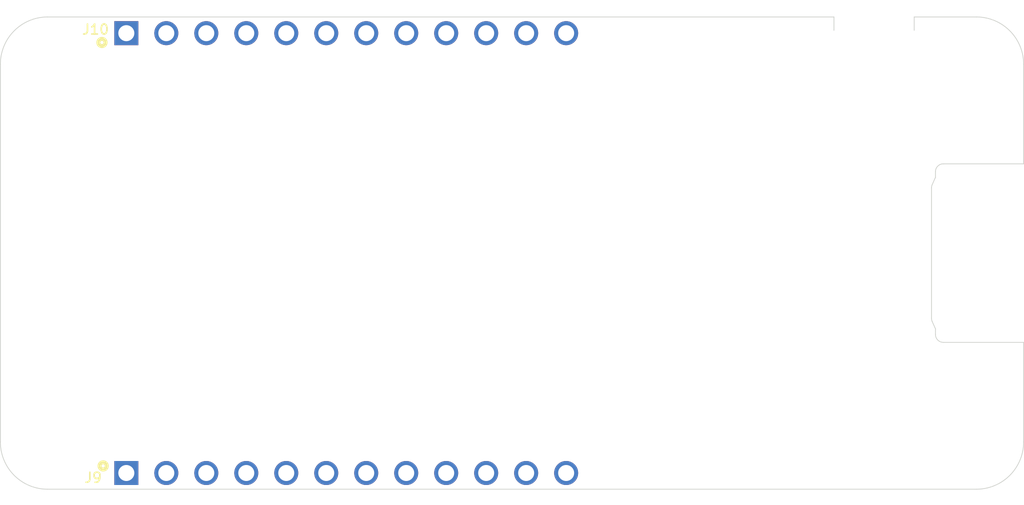
<source format=kicad_pcb>
(kicad_pcb (version 20240108) (generator "pcbnew") (generator_version "8.0")
  (layers (0 "F.Cu" signal "Top Layer") (1 "In1.Cu" power "L2") (2 "In2.Cu" signal "L3") (3 "In3.Cu" signal "L4") (4 "In4.Cu" signal "L5") (5 "In5.Cu" signal "L6") (6 "In6.Cu" power "L7") (31 "B.Cu" signal "Bottom Layer") (34 "B.Paste" user "Bottom Paste") (35 "F.Paste" user "Top Paste") (36 "B.SilkS" user "Bottom Overlay") (37 "F.SilkS" user "Top Overlay") (38 "B.Mask" user "Bottom Solder") (39 "F.Mask" user "Top Solder") (44 "Edge.Cuts" user))
  (net 0 "")
  (net 1 "VSYS")
  (net 2 "VDD_COIN_3V")
  (net 3 "VDD_3V3")
  (net 4 "VDD_1V8")
  (net 5 "SPI6_SDO__JTAG_TDO")
  (net 6 "SPI6_SDI__JTAG_TDI")
  (net 7 "SPI6_SCK__JTAG_nTRST")
  (net 8 "LPSPI6_CS0")
  (net 9 "DAC_OUT")
  (net 10 "LPUART6_TXD")
  (net 11 "LPUART6_RXD")
  (net 12 "LPUART6_RTS_B")
  (net 13 "LPUART6_CTS_B")
  (net 14 "I2C1_SCL")
  (net 15 "I2C1_SDA")
  (net 16 "I2C6_SDA")
  (net 17 "I2C6_SCL")
  (net 18 "GND")
  (net 19 "FLEXPWM1_PWM0_B")
  (net 20 "FLEXPWM1_PWM0_A")
  (net 21 "ADC1_CH0B")
  (net 22 "ADC1_CH0A")
  (footprint "C__svn_ReleaseLib_Footprints_Conn.PcbLib:HEADER_1X12_POS_UNSHROUDED" (layer "F.Cu") (at 124.0011 91.0336)
    (property "Reference" "J10" (at -2.8692 0.135988 0) (layer "F.SilkS") (effects (font (size 0.635 0.635) (thickness 0.1016)) (justify left bottom)))
    (property "Value" "" (hide yes))
    (fp_circle (center -1.5484 0.5916) (end -1.5484 0.48852) (stroke (width 0.254)) (fill none) (layer "F.SilkS"))
    (pad "1" thru_hole rect (at 0 0) (size 1.524 1.524) (drill 1.016) (layers "*.Cu" "*.Mask") (net 18 "GND"))
    (pad "2" thru_hole circle (at 2.54 0) (size 1.524 1.524) (drill 1.016) (layers "*.Cu" "*.Mask") (net 4 "VDD_1V8"))
    (pad "3" thru_hole circle (at 5.08 0) (size 1.524 1.524) (drill 1.016) (layers "*.Cu" "*.Mask") (net 3 "VDD_3V3"))
    (pad "4" thru_hole circle (at 7.62 0) (size 1.524 1.524) (drill 1.016) (layers "*.Cu" "*.Mask") (net 2 "VDD_COIN_3V"))
    (pad "5" thru_hole circle (at 10.16 0) (size 1.524 1.524) (drill 1.016) (layers "*.Cu" "*.Mask") (net 8 "LPSPI6_CS0"))
    (pad "6" thru_hole circle (at 12.7 0) (size 1.524 1.524) (drill 1.016) (layers "*.Cu" "*.Mask") (net 7 "SPI6_SCK__JTAG_nTRST"))
    (pad "7" thru_hole circle (at 15.24 0) (size 1.524 1.524) (drill 1.016) (layers "*.Cu" "*.Mask") (net 5 "SPI6_SDO__JTAG_TDO"))
    (pad "8" thru_hole circle (at 17.78 0) (size 1.524 1.524) (drill 1.016) (layers "*.Cu" "*.Mask") (net 6 "SPI6_SDI__JTAG_TDI"))
    (pad "9" thru_hole circle (at 20.32 0) (size 1.524 1.524) (drill 1.016) (layers "*.Cu" "*.Mask") (net 9 "DAC_OUT"))
    (pad "10" thru_hole circle (at 22.86 0) (size 1.524 1.524) (drill 1.016) (layers "*.Cu" "*.Mask") (net 16 "I2C6_SDA"))
    (pad "11" thru_hole circle (at 25.4 0) (size 1.524 1.524) (drill 1.016) (layers "*.Cu" "*.Mask") (net 14 "I2C1_SCL"))
    (pad "12" thru_hole circle (at 27.94 0) (size 1.524 1.524) (drill 1.016) (layers "*.Cu" "*.Mask") (net 15 "I2C1_SDA"))
  )
  (footprint "C__svn_ReleaseLib_Footprints_Conn.PcbLib:HEADER_1X12_POS_UNSHROUDED" (layer "F.Cu") (at 124.0011 118.9736)
    (property "Reference" "J9" (at -2.7168 0.669388 0) (layer "F.SilkS") (effects (font (size 0.635 0.635) (thickness 0.1016)) (justify left bottom)))
    (property "Value" "" (hide yes))
    (fp_circle (center -1.4722 -0.4498) (end -1.4722 -0.55288) (stroke (width 0.254)) (fill none) (layer "F.SilkS"))
    (pad "1" thru_hole rect (at 0 0) (size 1.524 1.524) (drill 1.016) (layers "*.Cu" "*.Mask") (net 18 "GND"))
    (pad "2" thru_hole circle (at 2.54 0) (size 1.524 1.524) (drill 1.016) (layers "*.Cu" "*.Mask") (net 4 "VDD_1V8"))
    (pad "3" thru_hole circle (at 5.08 0) (size 1.524 1.524) (drill 1.016) (layers "*.Cu" "*.Mask") (net 22 "ADC1_CH0A"))
    (pad "4" thru_hole circle (at 7.62 0) (size 1.524 1.524) (drill 1.016) (layers "*.Cu" "*.Mask") (net 21 "ADC1_CH0B"))
    (pad "5" thru_hole circle (at 10.16 0) (size 1.524 1.524) (drill 1.016) (layers "*.Cu" "*.Mask") (net 10 "LPUART6_TXD"))
    (pad "6" thru_hole circle (at 12.7 0) (size 1.524 1.524) (drill 1.016) (layers "*.Cu" "*.Mask") (net 11 "LPUART6_RXD"))
    (pad "7" thru_hole circle (at 15.24 0) (size 1.524 1.524) (drill 1.016) (layers "*.Cu" "*.Mask") (net 13 "LPUART6_CTS_B"))
    (pad "8" thru_hole circle (at 17.78 0) (size 1.524 1.524) (drill 1.016) (layers "*.Cu" "*.Mask") (net 12 "LPUART6_RTS_B"))
    (pad "9" thru_hole circle (at 20.32 0) (size 1.524 1.524) (drill 1.016) (layers "*.Cu" "*.Mask") (net 19 "FLEXPWM1_PWM0_B"))
    (pad "10" thru_hole circle (at 22.86 0) (size 1.524 1.524) (drill 1.016) (layers "*.Cu" "*.Mask") (net 20 "FLEXPWM1_PWM0_A"))
    (pad "11" thru_hole circle (at 25.4 0) (size 1.524 1.524) (drill 1.016) (layers "*.Cu" "*.Mask") (net 17 "I2C6_SCL"))
    (pad "12" thru_hole circle (at 27.94 0) (size 1.524 1.524) (drill 1.016) (layers "*.Cu" "*.Mask") (net 1 "VSYS"))
  )
  (gr_line (start 175.19427 109.35064) (end 175.4011 109.81553) (stroke (width 0.05)) (layer "Edge.Cuts"))
  (gr_line (start 168.9511 90.0036) (end 168.9511 90.8536) (stroke (width 0.05)) (layer "Edge.Cuts"))
  (gr_arc (start 175.19427 109.35063) (mid 175.162013 109.251277) (end 175.1511 109.14739) (stroke (width 0.05)) (layer "Edge.Cuts"))
  (gr_line (start 116.0011 117.0036) (end 116.0011 93.0036) (stroke (width 0.05)) (layer "Edge.Cuts"))
  (gr_line (start 175.4011 100.19167) (end 175.19427 100.65656) (stroke (width 0.05)) (layer "Edge.Cuts"))
  (gr_arc (start 175.4011 99.8336) (mid 175.547547 99.480047) (end 175.9011 99.3336) (stroke (width 0.05)) (layer "Edge.Cuts"))
  (gr_line (start 174.0511 90.0036) (end 178.0011 90.0036) (stroke (width 0.05)) (layer "Edge.Cuts"))
  (gr_line (start 119.0011 90.0036) (end 168.9511 90.0036) (stroke (width 0.05)) (layer "Edge.Cuts"))
  (gr_arc (start 119.0011 120.0036) (mid 116.87978 119.12492) (end 116.0011 117.0036) (stroke (width 0.05)) (layer "Edge.Cuts"))
  (gr_arc (start 181.0011 117.0036) (mid 180.12242 119.12492) (end 178.0011 120.0036) (stroke (width 0.05)) (layer "Edge.Cuts"))
  (gr_arc (start 175.9011 110.6736) (mid 175.547547 110.527153) (end 175.4011 110.1736) (stroke (width 0.05)) (layer "Edge.Cuts"))
  (gr_line (start 175.1511 100.8598) (end 175.1511 109.14739) (stroke (width 0.05)) (layer "Edge.Cuts"))
  (gr_line (start 181.0011 99.3336) (end 175.9011 99.3336) (stroke (width 0.05)) (layer "Edge.Cuts"))
  (gr_line (start 178.0011 120.0036) (end 119.0011 120.0036) (stroke (width 0.05)) (layer "Edge.Cuts"))
  (gr_line (start 175.19427 109.35063) (end 175.19427 109.35064) (stroke (width 0.05)) (layer "Edge.Cuts"))
  (gr_line (start 175.9011 110.6736) (end 181.0011 110.6736) (stroke (width 0.05)) (layer "Edge.Cuts"))
  (gr_line (start 175.4011 109.81553) (end 175.4011 110.1736) (stroke (width 0.05)) (layer "Edge.Cuts"))
  (gr_line (start 181.0011 93.0036) (end 181.0011 99.3336) (stroke (width 0.05)) (layer "Edge.Cuts"))
  (gr_line (start 174.0511 90.8536) (end 174.0511 90.0036) (stroke (width 0.05)) (layer "Edge.Cuts"))
  (gr_line (start 181.0011 110.6736) (end 181.0011 117.0036) (stroke (width 0.05)) (layer "Edge.Cuts"))
  (gr_arc (start 175.1511 100.8598) (mid 175.162012 100.755913) (end 175.19427 100.65656) (stroke (width 0.05)) (layer "Edge.Cuts"))
  (gr_arc (start 116.0011 93.0036) (mid 116.87978 90.88228) (end 119.0011 90.0036) (stroke (width 0.05)) (layer "Edge.Cuts"))
  (gr_line (start 175.4011 99.8336) (end 175.4011 100.19167) (stroke (width 0.05)) (layer "Edge.Cuts"))
  (gr_arc (start 178.0011 90.0036) (mid 180.12242 90.88228) (end 181.0011 93.0036) (stroke (width 0.05)) (layer "Edge.Cuts"))
)
</source>
